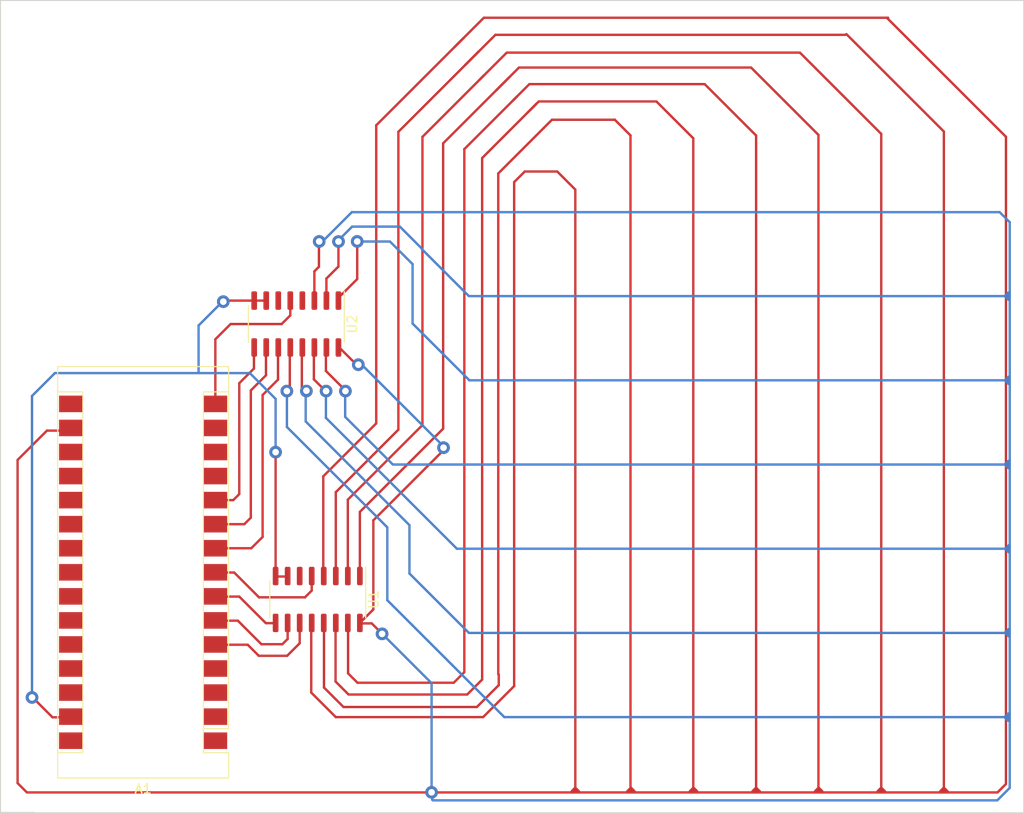
<source format=kicad_pcb>
(kicad_pcb (version 20211014) (generator pcbnew)
  (layers (0 "F.Cu" signal) (31 "B.Cu" signal) (34 "B.Paste" user) (35 "F.Paste" user) (36 "B.SilkS" user "B.Silkscreen") (37 "F.SilkS" user "F.Silkscreen") (38 "B.Mask" user) (39 "F.Mask" user) (44 "Edge.Cuts" user))
  (net 0 "")
  (net 4 "GND")
  (net 5 "Net-(A1-Pad7)")
  (net 6 "Net-(A1-Pad5)")
  (net 7 "Net-(A1-Pad6)")
  (net 8 "Net-(A1-Pad8)")
  (net 9 "Net-(A1-Pad9)")
  (net 12 "Net-(A1-Pad10)")
  (net 28 "unconnected-(U2-Pad2)")
  (net 31 "Net-(A1-Pad11)")
  (net 35 "Net-(A1-Pad17)")
  (net 47 "Net-(A1-Pad15)")
  (footprint "Package_SO:SOIC-16_3.9x9.9mm_P1.27mm" (layer "F.Cu") (at 78.5368 130.81 -90)
    (fp_text reference "U1" (at 0 -5.9 90) (layer "F.SilkS"))
    (fp_text value "SN74HCS15QDRQ1CT")
    (fp_line (start 0 -5.06) (end -3.45 -5.06) (layer "F.SilkS") (width 0.12))
    (fp_line (start 0 -5.06) (end 1.95 -5.06) (layer "F.SilkS") (width 0.12))
    (fp_line (start 0 5.06) (end -1.95 5.06) (layer "F.SilkS") (width 0.12))
    (fp_line (start 0 5.06) (end 1.95 5.06) (layer "F.SilkS") (width 0.12))
    (pad "1" smd roundrect (at -2.475 -4.445 270) (size 1.95 0.6) (layers "F.Cu" "F.Paste" "F.Mask"))
    (pad "2" smd roundrect (at -2.475 -3.175 270) (size 1.95 0.6) (layers "F.Cu" "F.Paste" "F.Mask"))
    (pad "3" smd roundrect (at -2.475 -1.905 270) (size 1.95 0.6) (layers "F.Cu" "F.Paste" "F.Mask"))
    (pad "4" smd roundrect (at -2.475 -0.635 270) (size 1.95 0.6) (layers "F.Cu" "F.Paste" "F.Mask"))
    (pad "5" smd roundrect (at -2.475 0.635 270) (size 1.95 0.6) (layers "F.Cu" "F.Paste" "F.Mask") (net 8 "Net-(A1-Pad8)"))
    (pad "6" smd roundrect (at -2.475 1.905 270) (size 1.95 0.6) (layers "F.Cu" "F.Paste" "F.Mask"))
    (pad "7" smd roundrect (at -2.475 3.175 270) (size 1.95 0.6) (layers "F.Cu" "F.Paste" "F.Mask") (net 4 "GND"))
    (pad "8" smd roundrect (at -2.475 4.445 270) (size 1.95 0.6) (layers "F.Cu" "F.Paste" "F.Mask") (net 4 "GND"))
    (pad "9" smd roundrect (at 2.475 4.445 270) (size 1.95 0.6) (layers "F.Cu" "F.Paste" "F.Mask") (net 5 "Net-(A1-Pad7)"))
    (pad "10" smd roundrect (at 2.475 3.175 270) (size 1.95 0.6) (layers "F.Cu" "F.Paste" "F.Mask") (net 7 "Net-(A1-Pad6)"))
    (pad "11" smd roundrect (at 2.475 1.905 270) (size 1.95 0.6) (layers "F.Cu" "F.Paste" "F.Mask") (net 6 "Net-(A1-Pad5)"))
    (pad "12" smd roundrect (at 2.475 0.635 270) (size 1.95 0.6) (layers "F.Cu" "F.Paste" "F.Mask"))
    (pad "13" smd roundrect (at 2.475 -0.635 270) (size 1.95 0.6) (layers "F.Cu" "F.Paste" "F.Mask"))
    (pad "14" smd roundrect (at 2.475 -1.905 270) (size 1.95 0.6) (layers "F.Cu" "F.Paste" "F.Mask"))
    (pad "15" smd roundrect (at 2.475 -3.175 270) (size 1.95 0.6) (layers "F.Cu" "F.Paste" "F.Mask"))
    (pad "16" smd roundrect (at 2.475 -4.445 270) (size 1.95 0.6) (layers "F.Cu" "F.Paste" "F.Mask") (net 35 "Net-(A1-Pad17)"))
  )
  (footprint "Package_SO:SOIC-16_3.9x9.9mm_P1.27mm" (layer "F.Cu") (at 76.2762 101.727 -90)
    (fp_text reference "U2" (at 0 -5.9 90) (layer "F.SilkS"))
    (fp_text value "SN74HCS15QDRQ1CT")
    (fp_line (start 0 -5.06) (end -3.45 -5.06) (layer "F.SilkS") (width 0.12))
    (fp_line (start 0 5.06) (end -1.95 5.06) (layer "F.SilkS") (width 0.12))
    (fp_line (start 0 -5.06) (end 1.95 -5.06) (layer "F.SilkS") (width 0.12))
    (fp_line (start 0 5.06) (end 1.95 5.06) (layer "F.SilkS") (width 0.12))
    (pad "1" smd roundrect (at -2.475 -4.445 270) (size 1.95 0.6) (layers "F.Cu" "F.Paste" "F.Mask"))
    (pad "2" smd roundrect (at -2.475 -3.175 270) (size 1.95 0.6) (layers "F.Cu" "F.Paste" "F.Mask") (net 28 "unconnected-(U2-Pad2)"))
    (pad "3" smd roundrect (at -2.475 -1.905 270) (size 1.95 0.6) (layers "F.Cu" "F.Paste" "F.Mask"))
    (pad "4" smd roundrect (at -2.475 -0.635 270) (size 1.95 0.6) (layers "F.Cu" "F.Paste" "F.Mask"))
    (pad "5" smd roundrect (at -2.475 0.635 270) (size 1.95 0.6) (layers "F.Cu" "F.Paste" "F.Mask") (net 47 "Net-(A1-Pad15)"))
    (pad "6" smd roundrect (at -2.475 1.905 270) (size 1.95 0.6) (layers "F.Cu" "F.Paste" "F.Mask"))
    (pad "7" smd roundrect (at -2.475 3.175 270) (size 1.95 0.6) (layers "F.Cu" "F.Paste" "F.Mask") (net 4 "GND"))
    (pad "8" smd roundrect (at -2.475 4.445 270) (size 1.95 0.6) (layers "F.Cu" "F.Paste" "F.Mask") (net 4 "GND"))
    (pad "9" smd roundrect (at 2.475 4.445 270) (size 1.95 0.6) (layers "F.Cu" "F.Paste" "F.Mask") (net 31 "Net-(A1-Pad11)"))
    (pad "10" smd roundrect (at 2.475 3.175 270) (size 1.95 0.6) (layers "F.Cu" "F.Paste" "F.Mask") (net 12 "Net-(A1-Pad10)"))
    (pad "11" smd roundrect (at 2.475 1.905 270) (size 1.95 0.6) (layers "F.Cu" "F.Paste" "F.Mask") (net 9 "Net-(A1-Pad9)"))
    (pad "12" smd roundrect (at 2.475 0.635 270) (size 1.95 0.6) (layers "F.Cu" "F.Paste" "F.Mask"))
    (pad "13" smd roundrect (at 2.475 -0.635 270) (size 1.95 0.6) (layers "F.Cu" "F.Paste" "F.Mask"))
    (pad "14" smd roundrect (at 2.475 -1.905 270) (size 1.95 0.6) (layers "F.Cu" "F.Paste" "F.Mask"))
    (pad "15" smd roundrect (at 2.475 -3.175 270) (size 1.95 0.6) (layers "F.Cu" "F.Paste" "F.Mask"))
    (pad "16" smd roundrect (at 2.475 -4.445 270) (size 1.95 0.6) (layers "F.Cu" "F.Paste" "F.Mask") (net 35 "Net-(A1-Pad17)"))
  )
  (footprint "Module:Arduino_Nano" (layer "F.Cu") (at 67.7318 145.7198 180)
    (fp_text reference "A1" (at 7.62 -5.08) (layer "F.SilkS"))
    (fp_text value "Arduino_Nano_v3.x")
    (fp_line (start 1.27 1.27) (end 1.27 -1.27) (layer "F.SilkS") (width 0.12))
    (fp_line (start -1.4 1.27) (end -1.4 39.5) (layer "F.SilkS") (width 0.12))
    (fp_line (start 13.97 -1.27) (end 16.64 -1.27) (layer "F.SilkS") (width 0.12))
    (fp_line (start 13.97 36.83) (end 16.64 36.83) (layer "F.SilkS") (width 0.12))
    (fp_line (start 1.27 -1.27) (end -1.4 -1.27) (layer "F.SilkS") (width 0.12))
    (fp_line (start 1.27 36.83) (end -1.4 36.83) (layer "F.SilkS") (width 0.12))
    (fp_line (start 16.64 39.5) (end 16.64 -3.94) (layer "F.SilkS") (width 0.12))
    (fp_line (start 1.27 1.27) (end 1.27 36.83) (layer "F.SilkS") (width 0.12))
    (fp_line (start 1.27 1.27) (end -1.4 1.27) (layer "F.SilkS") (width 0.12))
    (fp_line (start -1.4 39.5) (end 16.64 39.5) (layer "F.SilkS") (width 0.12))
    (fp_line (start -1.4 -3.94) (end -1.4 -1.27) (layer "F.SilkS") (width 0.12))
    (fp_line (start 13.97 -1.27) (end 13.97 36.83) (layer "F.SilkS") (width 0.12))
    (fp_line (start 16.64 -3.94) (end -1.4 -3.94) (layer "F.SilkS") (width 0.12))
    (pad "1" smd rect (at 0 0 180) (size 2.5 1.75) (layers "F.Cu" "F.Paste" "F.Mask"))
    (pad "2" smd rect (at 0 2.54 180) (size 2.5 1.75) (layers "F.Cu" "F.Paste" "F.Mask"))
    (pad "3" smd rect (at 0 5.08 180) (size 2.5 1.75) (layers "F.Cu" "F.Paste" "F.Mask"))
    (pad "4" smd rect (at 0 7.62 180) (size 2.5 1.75) (layers "F.Cu" "F.Paste" "F.Mask") (net 4 "GND"))
    (pad "5" smd rect (at 0 10.16 180) (size 2.5 1.75) (layers "F.Cu" "F.Paste" "F.Mask") (net 6 "Net-(A1-Pad5)"))
    (pad "6" smd rect (at 0 12.7 180) (size 2.5 1.75) (layers "F.Cu" "F.Paste" "F.Mask") (net 7 "Net-(A1-Pad6)"))
    (pad "7" smd rect (at 0 15.24 180) (size 2.5 1.75) (layers "F.Cu" "F.Paste" "F.Mask") (net 5 "Net-(A1-Pad7)"))
    (pad "8" smd rect (at 0 17.78 180) (size 2.5 1.75) (layers "F.Cu" "F.Paste" "F.Mask") (net 8 "Net-(A1-Pad8)"))
    (pad "9" smd rect (at 0 20.32 180) (size 2.5 1.75) (layers "F.Cu" "F.Paste" "F.Mask") (net 9 "Net-(A1-Pad9)"))
    (pad "10" smd rect (at 0 22.86 180) (size 2.5 1.75) (layers "F.Cu" "F.Paste" "F.Mask") (net 12 "Net-(A1-Pad10)"))
    (pad "11" smd rect (at 0 25.4 180) (size 2.5 1.75) (layers "F.Cu" "F.Paste" "F.Mask") (net 31 "Net-(A1-Pad11)"))
    (pad "12" smd rect (at 0 27.94 180) (size 2.5 1.75) (layers "F.Cu" "F.Paste" "F.Mask"))
    (pad "13" smd rect (at 0 30.48 180) (size 2.5 1.75) (layers "F.Cu" "F.Paste" "F.Mask"))
    (pad "14" smd rect (at 0 33.02 180) (size 2.5 1.75) (layers "F.Cu" "F.Paste" "F.Mask"))
    (pad "15" smd rect (at 0 35.56 180) (size 2.5 1.75) (layers "F.Cu" "F.Paste" "F.Mask") (net 47 "Net-(A1-Pad15)"))
    (pad "16" smd rect (at 15.24 35.56 180) (size 2.5 1.75) (layers "F.Cu" "F.Paste" "F.Mask"))
    (pad "17" smd rect (at 15.24 33.02 180) (size 2.5 1.75) (layers "F.Cu" "F.Paste" "F.Mask") (net 35 "Net-(A1-Pad17)"))
    (pad "18" smd rect (at 15.24 30.48 180) (size 2.5 1.75) (layers "F.Cu" "F.Paste" "F.Mask"))
    (pad "19" smd rect (at 15.24 27.94 180) (size 2.5 1.75) (layers "F.Cu" "F.Paste" "F.Mask"))
    (pad "20" smd rect (at 15.24 25.4 180) (size 2.5 1.75) (layers "F.Cu" "F.Paste" "F.Mask"))
    (pad "21" smd rect (at 15.24 22.86 180) (size 2.5 1.75) (layers "F.Cu" "F.Paste" "F.Mask"))
    (pad "22" smd rect (at 15.24 20.32 180) (size 2.5 1.75) (layers "F.Cu" "F.Paste" "F.Mask"))
    (pad "23" smd rect (at 15.24 17.78 180) (size 2.5 1.75) (layers "F.Cu" "F.Paste" "F.Mask"))
    (pad "24" smd rect (at 15.24 15.24 180) (size 2.5 1.75) (layers "F.Cu" "F.Paste" "F.Mask"))
    (pad "25" smd rect (at 15.24 12.7 180) (size 2.5 1.75) (layers "F.Cu" "F.Paste" "F.Mask"))
    (pad "26" smd rect (at 15.24 10.16 180) (size 2.5 1.75) (layers "F.Cu" "F.Paste" "F.Mask"))
    (pad "27" smd rect (at 15.24 7.62 180) (size 2.5 1.75) (layers "F.Cu" "F.Paste" "F.Mask"))
    (pad "28" smd rect (at 15.24 5.08 180) (size 2.5 1.75) (layers "F.Cu" "F.Paste" "F.Mask"))
    (pad "29" smd rect (at 15.24 2.54 180) (size 2.5 1.75) (layers "F.Cu" "F.Paste" "F.Mask") (net 4 "GND"))
    (pad "30" smd rect (at 15.24 0 180) (size 2.5 1.75) (layers "F.Cu" "F.Paste" "F.Mask"))
  )
  (gr_circle (center 78.6892 93.005639) (end 78.121239 93.005639) (layer "F.Cu") (width 0.2) (fill solid))
  (gr_circle (center 75.276439 108.804439) (end 74.708478 108.804439) (layer "F.Cu") (width 0.2) (fill solid))
  (gr_circle (center 81.4578 108.804439) (end 80.889839 108.804439) (layer "F.Cu") (width 0.2) (fill solid))
  (gr_circle (center 68.570839 99.3648) (end 68.002878 99.3648) (layer "F.Cu") (width 0.2) (fill solid))
  (gr_circle (center 77.343 108.804439) (end 76.775039 108.804439) (layer "F.Cu") (width 0.2) (fill solid))
  (gr_circle (center 80.728278 93.0148) (end 80.160317 93.0148) (layer "F.Cu") (width 0.2) (fill solid))
  (gr_circle (center 48.389771 141.158581) (end 48.957732 141.158581) (layer "F.Cu") (width 0.2) (fill solid))
  (gr_circle (center 82.820239 106.0196) (end 82.252278 106.0196) (layer "F.Cu") (width 0.2) (fill solid))
  (gr_circle (center 85.327761 134.4422) (end 85.895722 134.4422) (layer "F.Cu") (width 0.2) (fill solid))
  (gr_circle (center 82.7024 93.005639) (end 82.134439 93.005639) (layer "F.Cu") (width 0.2) (fill solid))
  (gr_circle (center 90.551 151.171639) (end 91.118961 151.171639) (layer "F.Cu") (width 0.2) (fill solid))
  (gr_circle (center 74.0918 115.256039) (end 74.659761 115.256039) (layer "F.Cu") (width 0.2) (fill solid))
  (gr_circle (center 91.811839 114.7826) (end 91.243878 114.7826) (layer "F.Cu") (width 0.2) (fill solid))
  (gr_circle (center 79.416639 108.804439) (end 78.848678 108.804439) (layer "F.Cu") (width 0.2) (fill solid))
  (gr_circle (center 82.820239 106.0196) (end 83.3882 106.0196) (layer "B.Cu") (width 0.2) (fill solid))
  (gr_circle (center 85.32499 134.431419) (end 85.892951 134.431419) (layer "B.Cu") (width 0.2) (fill solid))
  (gr_circle (center 77.333839 108.804439) (end 77.9018 108.804439) (layer "B.Cu") (width 0.2) (fill solid))
  (gr_circle (center 90.551 151.171639) (end 91.118961 151.171639) (layer "B.Cu") (width 0.2) (fill solid))
  (gr_circle (center 75.276439 108.804439) (end 75.8444 108.804439) (layer "B.Cu") (width 0.2) (fill solid))
  (gr_circle (center 78.698361 93.005639) (end 79.266322 93.005639) (layer "B.Cu") (width 0.2) (fill solid))
  (gr_circle (center 48.387 141.1478) (end 48.954961 141.1478) (layer "B.Cu") (width 0.2) (fill solid))
  (gr_circle (center 79.4258 108.804439) (end 79.993761 108.804439) (layer "B.Cu") (width 0.2) (fill solid))
  (gr_circle (center 80.728278 93.0148) (end 81.296239 93.0148) (layer "B.Cu") (width 0.2) (fill solid))
  (gr_circle (center 68.570839 99.3648) (end 69.1388 99.3648) (layer "B.Cu") (width 0.2) (fill solid))
  (gr_circle (center 82.7024 93.005639) (end 83.270361 93.005639) (layer "B.Cu") (width 0.2) (fill solid))
  (gr_circle (center 91.811839 114.7826) (end 92.3798 114.7826) (layer "B.Cu") (width 0.2) (fill solid))
  (gr_circle (center 74.089029 115.245258) (end 74.65699 115.245258) (layer "B.Cu") (width 0.2) (fill solid))
  (gr_circle (center 81.4578 108.804439) (end 82.025761 108.804439) (layer "B.Cu") (width 0.2) (fill solid))
  (gr_line (start 153.035 67.564) (end 45.0596 67.564) (layer "Edge.Cuts") (width 0.1))
  (gr_line (start 45.0596 153.289) (end 45.0596 67.564) (layer "Edge.Cuts") (width 0.1))
  (gr_line (start 48.641 153.3144) (end 153.035 153.3144) (layer "Edge.Cuts") (width 0.1))
  (gr_line (start 153.035 67.945) (end 153.035 67.564) (layer "Edge.Cuts") (width 0.1))
  (gr_line (start 153.035 153.289) (end 153.035 67.945) (layer "Edge.Cuts") (width 0.1))
  (gr_line (start 48.641 153.289) (end 45.0596 153.289) (layer "Edge.Cuts") (width 0.1))
  (via (at 81.4578 108.804439) (size 0.71) (drill 0.7) (layers "F.Cu" "B.Cu") (net 0))
  (via (at 91.811839 114.7826) (size 0.71) (drill 0.7) (layers "F.Cu" "B.Cu") (net 0))
  (via (at 78.6892 93.005639) (size 0.71) (drill 0.7) (layers "F.Cu" "B.Cu") (net 0))
  (via (at 77.343 108.7628) (size 0.71) (drill 0.7) (layers "F.Cu" "B.Cu") (net 0))
  (via (at 48.389771 141.158581) (size 0.71) (drill 0.7) (layers "F.Cu" "B.Cu") (net 0))
  (via (at 80.728278 93.0148) (size 0.71) (drill 0.7) (layers "F.Cu" "B.Cu") (net 0))
  (via (at 90.551 151.171639) (size 0.71) (drill 0.7) (layers "F.Cu" "B.Cu") (net 0))
  (via (at 75.276439 108.804439) (size 0.71) (drill 0.7) (layers "F.Cu" "B.Cu") (net 0))
  (via (at 74.0918 115.256039) (size 0.71) (drill 0.7) (layers "F.Cu" "B.Cu") (net 0))
  (via (at 82.820239 106.0196) (size 0.71) (drill 0.7) (layers "F.Cu" "B.Cu") (net 0))
  (via (at 82.7024 93.005639) (size 0.71) (drill 0.7) (layers "F.Cu" "B.Cu") (net 0))
  (via (at 68.570839 99.3648) (size 0.71) (drill 0.7) (layers "F.Cu" "B.Cu") (net 0))
  (via (at 79.416639 108.804439) (size 0.71) (drill 0.7) (layers "F.Cu" "B.Cu") (net 0))
  (via (at 85.327761 134.4422) (size 0.71) (drill 0.7) (layers "F.Cu" "B.Cu") (net 0))
  (segment (start 74.0918 128.3858) (end 74.0918 115.189) (width 0.25) (layer "F.Cu") (net 4))
  (segment (start 51.310771 143.250542) (end 50.548771 143.250542) (width 0.25) (layer "F.Cu") (net 4))
  (segment (start 50.548771 143.250542) (end 48.389771 141.091542) (width 0.25) (layer "F.Cu") (net 4))
  (segment (start 71.8312 99.252) (end 68.6166 99.252) (width 0.25) (layer "F.Cu") (net 4))
  (segment (start 73.0758 99.252) (end 71.8058 99.252) (width 0.25) (layer "F.Cu") (net 4))
  (segment (start 68.6166 99.252) (end 68.58 99.2886) (width 0.25) (layer "F.Cu") (net 4))
  (segment (start 74.1172 128.3858) (end 75.3872 128.3858) (width 0.25) (layer "F.Cu") (net 4))
  (segment (start 65.9638 106.9086) (end 71.374 106.9086) (width 0.25) (layer "B.Cu") (net 4))
  (segment (start 71.374 106.9086) (end 74.0918 109.6264) (width 0.25) (layer "B.Cu") (net 4))
  (segment (start 74.0918 109.6264) (end 74.0918 115.189) (width 0.25) (layer "B.Cu") (net 4))
  (segment (start 65.9638 106.9086) (end 65.9638 101.8794) (width 0.25) (layer "B.Cu") (net 4))
  (segment (start 65.9638 101.8794) (end 68.58 99.2632) (width 0.25) (layer "B.Cu") (net 4))
  (segment (start 50.8 106.9086) (end 65.9638 106.9086) (width 0.25) (layer "B.Cu") (net 4))
  (segment (start 48.387 141.0716) (end 48.387 109.3216) (width 0.25) (layer "B.Cu") (net 4))
  (segment (start 48.387 109.3216) (end 50.8 106.9086) (width 0.25) (layer "B.Cu") (net 4))
  (segment (start 73.0616 133.3104) (end 70.2564 130.5052) (width 0.25) (layer "F.Cu") (net 5))
  (segment (start 74.0918 133.3104) (end 73.0616 133.3104) (width 0.25) (layer "F.Cu") (net 5))
  (segment (start 70.2564 130.5052) (end 67.808 130.5052) (width 0.25) (layer "F.Cu") (net 5))
  (segment (start 71.1454 135.5852) (end 67.808 135.5852) (width 0.25) (layer "F.Cu") (net 6))
  (segment (start 76.6318 133.3104) (end 76.6318 135.4328) (width 0.25) (layer "F.Cu") (net 6))
  (segment (start 76.6318 135.4328) (end 75.311 136.7536) (width 0.25) (layer "F.Cu") (net 6))
  (segment (start 72.3138 136.7536) (end 71.1454 135.5852) (width 0.25) (layer "F.Cu") (net 6))
  (segment (start 75.311 136.7536) (end 72.3138 136.7536) (width 0.25) (layer "F.Cu") (net 6))
  (segment (start 72.5932 135.5344) (end 70.104 133.0452) (width 0.25) (layer "F.Cu") (net 7))
  (segment (start 70.104 133.0452) (end 67.808 133.0452) (width 0.25) (layer "F.Cu") (net 7))
  (segment (start 74.803 135.5344) (end 72.5932 135.5344) (width 0.25) (layer "F.Cu") (net 7))
  (segment (start 75.3618 133.3104) (end 75.3618 134.9756) (width 0.25) (layer "F.Cu") (net 7))
  (segment (start 75.3618 134.9756) (end 74.803 135.5344) (width 0.25) (layer "F.Cu") (net 7))
  (segment (start 72.3392 130.5814) (end 69.723 127.9652) (width 0.25) (layer "F.Cu") (net 8))
  (segment (start 77.9018 129.8702) (end 77.1906 130.5814) (width 0.25) (layer "F.Cu") (net 8))
  (segment (start 69.723 127.9652) (end 67.808 127.9652) (width 0.25) (layer "F.Cu") (net 8))
  (segment (start 77.9272 128.3858) (end 77.9272 128.762551) (width 0.25) (layer "F.Cu") (net 8))
  (segment (start 77.1906 130.5814) (end 72.3392 130.5814) (width 0.25) (layer "F.Cu") (net 8))
  (segment (start 77.9018 128.787951) (end 77.9018 129.8702) (width 0.25) (layer "F.Cu") (net 8))
  (segment (start 77.9272 128.762551) (end 77.9018 128.787951) (width 0.25) (layer "F.Cu") (net 8))
  (segment (start 74.3458 107.5944) (end 72.7202 109.22) (width 0.25) (layer "F.Cu") (net 9))
  (segment (start 74.3458 104.202) (end 74.3458 107.5944) (width 0.25) (layer "F.Cu") (net 9))
  (segment (start 71.5264 125.3998) (end 67.7318 125.3998) (width 0.25) (layer "F.Cu") (net 9))
  (segment (start 72.7202 124.206) (end 71.5264 125.3998) (width 0.25) (layer "F.Cu") (net 9))
  (segment (start 72.7202 109.22) (end 72.7202 124.206) (width 0.25) (layer "F.Cu") (net 9))
  (segment (start 73.0758 107.1372) (end 71.4756 108.7374) (width 0.25) (layer "F.Cu") (net 12))
  (segment (start 71.4756 122.174) (end 70.7898 122.8598) (width 0.25) (layer "F.Cu") (net 12))
  (segment (start 71.4756 108.7374) (end 71.4756 122.174) (width 0.25) (layer "F.Cu") (net 12))
  (segment (start 73.0758 104.202) (end 73.0758 107.1372) (width 0.25) (layer "F.Cu") (net 12))
  (segment (start 70.7898 122.8598) (end 67.7318 122.8598) (width 0.25) (layer "F.Cu") (net 12))
  (segment (start 79.4512 99.252) (end 79.4512 96.9264) (width 0.25) (layer "F.Cu") (net 28))
  (segment (start 78.1812 96.1644) (end 78.6638 95.6818) (width 0.25) (layer "F.Cu") (net 28))
  (segment (start 75.5904 104.2528) (end 75.5904 108.4072) (width 0.25) (layer "F.Cu") (net 28))
  (segment (start 78.1812 99.3394) (end 78.1812 96.1644) (width 0.25) (layer "F.Cu") (net 28))
  (segment (start 75.5904 108.4072) (end 75.2094 108.7882) (width 0.25) (layer "F.Cu") (net 28))
  (segment (start 79.4004 104.2528) (end 79.4004 106.68) (width 0.25) (layer "F.Cu") (net 28))
  (segment (start 80.737439 93.091) (end 80.712039 93.0656) (width 0.25) (layer "F.Cu") (net 28))
  (segment (start 79.4004 106.68) (end 81.4832 108.7628) (width 0.25) (layer "F.Cu") (net 28))
  (segment (start 78.756239 93.1418) (end 78.680039 93.0656) (width 0.25) (layer "F.Cu") (net 28))
  (segment (start 80.7466 98.933) (end 82.7024 96.9772) (width 0.25) (layer "F.Cu") (net 28))
  (segment (start 78.1304 104.2528) (end 78.1304 107.569) (width 0.25) (layer "F.Cu") (net 28))
  (segment (start 78.1304 107.569) (end 79.4004 108.839) (width 0.25) (layer "F.Cu") (net 28))
  (segment (start 80.7466 99.2886) (end 80.7466 98.933) (width 0.25) (layer "F.Cu") (net 28))
  (segment (start 79.4258 99.2886) (end 79.4258 98.6536) (width 0.25) (layer "F.Cu") (net 28))
  (segment (start 78.6638 95.6818) (end 78.6638 93.0656) (width 0.25) (layer "F.Cu") (net 28))
  (segment (start 76.8604 104.2528) (end 76.8604 108.4072) (width 0.25) (layer "F.Cu") (net 28))
  (segment (start 82.7024 96.9772) (end 82.7024 93.091) (width 0.25) (layer "F.Cu") (net 28))
  (segment (start 80.7212 95.6564) (end 80.7212 93.1164) (width 0.25) (layer "F.Cu") (net 28))
  (segment (start 76.8604 108.4072) (end 77.3176 108.8644) (width 0.25) (layer "F.Cu") (net 28))
  (segment (start 79.4512 96.9264) (end 80.7212 95.6564) (width 0.25) (layer "F.Cu") (net 28))
  (segment (start 151.5546 150.7054) (end 151.5546 90.9756) (width 0.25) (layer "B.Cu") (net 28))
  (segment (start 88.5444 101.6762) (end 88.5444 95.4024) (width 0.25) (layer "B.Cu") (net 28))
  (segment (start 151.4094 98.9076) (end 151.2824 98.7806) (width 0.25) (layer "B.Cu") (net 28))
  (segment (start 90.62 151.951396) (end 90.635796 151.951396) (width 0.25) (layer "B.Cu") (net 28))
  (segment (start 151.4094 116.9416) (end 151.0284 116.5606) (width 0.25) (layer "B.Cu") (net 28))
  (segment (start 82.169 91.44) (end 80.6704 92.9386) (width 0.25) (layer "B.Cu") (net 28))
  (segment (start 94.5388 107.6706) (end 88.5444 101.6762) (width 0.25) (layer "B.Cu") (net 28))
  (segment (start 77.2668 112.014) (end 77.2668 108.966) (width 0.25) (layer "B.Cu") (net 28))
  (segment (start 80.6704 92.9386) (end 80.6704 93.0148) (width 0.25) (layer "B.Cu") (net 28))
  (segment (start 94.4753 134.3279) (end 88.2142 128.0668) (width 0.25) (layer "B.Cu") (net 28))
  (segment (start 151.0284 98.7806) (end 151.4094 98.3996) (width 0.25) (layer "B.Cu") (net 28))
  (segment (start 75.2856 112.5982) (end 75.2856 108.9406) (width 0.25) (layer "B.Cu") (net 28))
  (segment (start 89.535 93.8276) (end 89.535 93.7768) (width 0.25) (layer "B.Cu") (net 28))
  (segment (start 85.8774 123.19) (end 75.2856 112.5982) (width 0.25) (layer "B.Cu") (net 28))
  (segment (start 151.4094 116.6876) (end 151.2824 116.5606) (width 0.25) (layer "B.Cu") (net 28))
  (segment (start 151.0792 125.4506) (end 151.4602 125.0696) (width 0.25) (layer "B.Cu") (net 28))
  (segment (start 93.218 125.4506) (end 79.4004 111.633) (width 0.25) (layer "B.Cu") (net 28))
  (segment (start 151.1046 98.7806) (end 94.488 98.7806) (width 0.25) (layer "B.Cu") (net 28))
  (segment (start 151.4602 125.1966) (end 151.4602 125.7046) (width 0.25) (layer "B.Cu") (net 28))
  (segment (start 150.9776 134.3406) (end 94.488 134.3406) (width 0.25) (layer "B.Cu") (net 28))
  (segment (start 151.027702 134.341298) (end 151.0792 134.2898) (width 0.25) (layer "B.Cu") (net 28))
  (segment (start 90.62 151.8412) (end 90.62 151.951396) (width 0.25) (layer "B.Cu") (net 28))
  (segment (start 98.2218 143.2306) (end 85.8774 130.8862) (width 0.25) (layer "B.Cu") (net 28))
  (segment (start 151.384 143.6116) (end 151.003 143.2306) (width 0.25) (layer "B.Cu") (net 28))
  (segment (start 88.5444 95.4024) (end 86.1568 93.0148) (width 0.25) (layer "B.Cu") (net 28))
  (segment (start 151.4602 125.5776) (end 151.3332 125.4506) (width 0.25) (layer "B.Cu") (net 28))
  (segment (start 150.241 152.019) (end 151.5546 150.7054) (width 0.25) (layer "B.Cu") (net 28))
  (segment (start 90.635796 151.951396) (end 90.7034 152.019) (width 0.25) (layer "B.Cu") (net 28))
  (segment (start 151.4348 108.0516) (end 151.0538 107.6706) (width 0.25) (layer "B.Cu") (net 28))
  (segment (start 86.1568 93.0148) (end 82.55 93.0148) (width 0.25) (layer "B.Cu") (net 28))
  (segment (start 150.9776 116.5606) (end 86.4616 116.5606) (width 0.25) (layer "B.Cu") (net 28))
  (segment (start 151.4094 98.5266) (end 151.4094 99.0346) (width 0.25) (layer "B.Cu") (net 28))
  (segment (start 82.132815 89.916) (end 78.499245 93.54957) (width 0.25) (layer "B.Cu") (net 28))
  (segment (start 87.1982 91.44) (end 82.169 91.44) (width 0.25) (layer "B.Cu") (net 28))
  (segment (start 151.4348 134.4422) (end 151.3078 134.3152) (width 0.25) (layer "B.Cu") (net 28))
  (segment (start 151.4348 107.4166) (end 151.4348 107.9246) (width 0.25) (layer "B.Cu") (net 28))
  (segment (start 88.2142 122.9614) (end 77.2668 112.014) (width 0.25) (layer "B.Cu") (net 28))
  (segment (start 82.711561 93.361239) (end 82.711561 93.056439) (width 0.25) (layer "B.Cu") (net 28))
  (segment (start 151.4602 125.8316) (end 151.0792 125.4506) (width 0.25) (layer "B.Cu") (net 28))
  (segment (start 89.535 93.7768) (end 87.1982 91.44) (width 0.25) (layer "B.Cu") (net 28))
  (segment (start 151.4348 134.6962) (end 151.0538 134.3152) (width 0.25) (layer "B.Cu") (net 28))
  (segment (start 151.0284 116.5606) (end 151.4094 116.1796) (width 0.25) (layer "B.Cu") (net 28))
  (segment (start 151.003 143.2306) (end 151.384 142.8496) (width 0.25) (layer "B.Cu") (net 28))
  (segment (start 151.0538 107.6706) (end 151.4348 107.2896) (width 0.25) (layer "B.Cu") (net 28))
  (segment (start 86.4616 116.5606) (end 81.4324 111.5314) (width 0.25) (layer "B.Cu") (net 28))
  (segment (start 151.384 142.9766) (end 151.384 143.4846) (width 0.25) (layer "B.Cu") (net 28))
  (segment (start 151.4348 134.0612) (end 151.4348 134.5692) (width 0.25) (layer "B.Cu") (net 28))
  (segment (start 150.495 89.916) (end 82.132815 89.916) (width 0.25) (layer "B.Cu") (net 28))
  (segment (start 94.488 98.7806) (end 89.535 93.8276) (width 0.25) (layer "B.Cu") (net 28))
  (segment (start 90.7034 152.019) (end 150.241 152.019) (width 0.25) (layer "B.Cu") (net 28))
  (segment (start 151.4348 107.7976) (end 151.3078 107.6706) (width 0.25) (layer "B.Cu") (net 28))
  (segment (start 151.0538 134.3152) (end 151.4348 133.9342) (width 0.25) (layer "B.Cu") (net 28))
  (segment (start 151.0538 125.4506) (end 93.218 125.4506) (width 0.25) (layer "B.Cu") (net 28))
  (segment (start 81.4324 111.5314) (end 81.4324 108.966) (width 0.25) (layer "B.Cu") (net 28))
  (segment (start 79.4004 111.633) (end 79.4004 108.9914) (width 0.25) (layer "B.Cu") (net 28))
  (segment (start 151.0284 107.6706) (end 94.5388 107.6706) (width 0.25) (layer "B.Cu") (net 28))
  (segment (start 88.2142 128.0668) (end 88.2142 122.9614) (width 0.25) (layer "B.Cu") (net 28))
  (segment (start 151.5546 90.9756) (end 150.495 89.916) (width 0.25) (layer "B.Cu") (net 28))
  (segment (start 151.4094 116.3066) (end 151.4094 116.8146) (width 0.25) (layer "B.Cu") (net 28))
  (segment (start 85.8774 130.8862) (end 85.8774 123.19) (width 0.25) (layer "B.Cu") (net 28))
  (segment (start 151.0466 143.2378) (end 151.0538 143.2306) (width 0.25) (layer "B.Cu") (net 28))
  (segment (start 150.9268 143.2306) (end 98.2218 143.2306) (width 0.25) (layer "B.Cu") (net 28))
  (segment (start 151.384 143.3576) (end 151.257 143.2306) (width 0.25) (layer "B.Cu") (net 28))
  (segment (start 151.4094 99.1616) (end 151.0284 98.7806) (width 0.25) (layer "B.Cu") (net 28))
  (segment (start 69.6214 120.3198) (end 67.7318 120.3198) (width 0.25) (layer "F.Cu") (net 31))
  (segment (start 71.8058 106.426) (end 70.2564 107.9754) (width 0.25) (layer "F.Cu") (net 31))
  (segment (start 70.2564 107.9754) (end 70.2564 119.6848) (width 0.25) (layer "F.Cu") (net 31))
  (segment (start 71.8058 104.202) (end 71.8058 106.426) (width 0.25) (layer "F.Cu") (net 31))
  (segment (start 70.2564 119.6848) (end 69.6214 120.3198) (width 0.25) (layer "F.Cu") (net 31))
  (segment (start 144.6276 150.736258) (end 144.6022 150.736258) (width 0.25) (layer "F.Cu") (net 35))
  (segment (start 77.851 140.6398) (end 77.851 133.35) (width 0.25) (layer "F.Cu") (net 35))
  (segment (start 118.0592 151.0538) (end 118.1862 150.9268) (width 0.25) (layer "F.Cu") (net 35))
  (segment (start 105.331029 151.059258) (end 105.712029 150.678258) (width 0.25) (layer "F.Cu") (net 35))
  (segment (start 49.9618 112.9792) (end 51.7672 112.9792) (width 0.25) (layer "F.Cu") (net 35))
  (segment (start 96.023357 75.525557) (end 95.608371 75.940542) (width 0.25) (layer "F.Cu") (net 35))
  (segment (start 150.2664 151.1808) (end 47.8464 151.1808) (width 0.25) (layer "F.Cu") (net 35))
  (segment (start 91.8576 114.6698) (end 91.821 114.7064) (width 0.25) (layer "F.Cu") (net 35))
  (segment (start 134.216371 71.190742) (end 97.284771 71.190742) (width 0.25) (layer "F.Cu") (net 35))
  (segment (start 82.9818 133.3358) (end 84.2376 133.3358) (width 0.25) (layer "F.Cu") (net 35))
  (segment (start 105.712029 150.678258) (end 106.093029 151.059258) (width 0.25) (layer "F.Cu") (net 35))
  (segment (start 111.5822 150.6728) (end 111.9632 151.0538) (width 0.25) (layer "F.Cu") (net 35))
  (segment (start 84.709 80.743912) (end 84.709 112.2172) (width 0.25) (layer "F.Cu") (net 35))
  (segment (start 98.715756 75.703356) (end 97.360971 77.058142) (width 0.25) (layer "F.Cu") (net 35))
  (segment (start 124.259571 74.645142) (end 99.773971 74.645142) (width 0.25) (layer "F.Cu") (net 35))
  (segment (start 105.7148 87.5284) (end 103.8098 85.6234) (width 0.25) (layer "F.Cu") (net 35))
  (segment (start 124.795658 151.186258) (end 124.8156 151.166316) (width 0.25) (layer "F.Cu") (net 35))
  (segment (start 138.627375 69.429546) (end 151.158171 81.960342) (width 0.25) (layer "F.Cu") (net 35))
  (segment (start 80.7212 104.202) (end 80.8086 104.202) (width 0.25) (layer "F.Cu") (net 35))
  (segment (start 111.538459 150.57003) (end 111.538459 81.81223) (width 0.25) (layer "F.Cu") (net 35))
  (segment (start 124.7902 150.6728) (end 125.1712 151.0538) (width 0.25) (layer "F.Cu") (net 35))
  (segment (start 96.065571 69.387342) (end 93.927856 71.525056) (width 0.25) (layer "F.Cu") (net 35))
  (segment (start 46.865771 150.200171) (end 46.865771 116.075229) (width 0.25) (layer "F.Cu") (net 35))
  (segment (start 129.415771 73.070342) (end 98.478571 73.070342) (width 0.25) (layer "F.Cu") (net 35))
  (segment (start 82.866 105.9068) (end 82.8294 105.9434) (width 0.25) (layer "F.Cu") (net 35))
  (segment (start 109.883171 80.156942) (end 103.253771 80.156942) (width 0.25) (layer "F.Cu") (net 35))
  (segment (start 80.4164 139.4714) (end 80.4164 133.35) (width 0.25) (layer "F.Cu") (net 35))
  (segment (start 138.2522 151.0538) (end 137.7442 151.0538) (width 0.25) (layer "F.Cu") (net 35))
  (segment (start 96.023357 75.525557) (end 89.5858 81.963114) (width 0.25) (layer "F.Cu") (net 35))
  (segment (start 97.5868 85.8266) (end 97.5868 138.684) (width 0.25) (layer "F.Cu") (net 35))
  (segment (start 94.0054 138.4808) (end 92.8878 139.5984) (width 0.25) (layer "F.Cu") (net 35))
  (segment (start 137.997361 81.651932) (end 129.415771 73.070342) (width 0.25) (layer "F.Cu") (net 35))
  (segment (start 105.712029 150.932258) (end 105.458029 151.186258) (width 0.25) (layer "F.Cu") (net 35))
  (segment (start 92.8878 139.5984) (end 82.7278 139.5984) (width 0.25) (layer "F.Cu") (net 35))
  (segment (start 131.3942 150.6728) (end 131.7752 151.0538) (width 0.25) (layer "F.Cu") (net 35))
  (segment (start 137.9982 150.736258) (end 138.003722 150.736258) (width 0.25) (layer "F.Cu") (net 35))
  (segment (start 89.5858 81.963114) (end 89.5858 112.395) (width 0.25) (layer "F.Cu") (net 35))
  (segment (start 87.0458 112.8776) (end 80.4418 119.4816) (width 0.25) (layer "F.Cu") (net 35))
  (segment (start 124.9172 150.9268) (end 124.6632 151.1808) (width 0.25) (layer "F.Cu") (net 35))
  (segment (start 105.966029 151.059258) (end 105.458029 151.059258) (width 0.25) (layer "F.Cu") (net 35))
  (segment (start 118.1862 150.9268) (end 117.9322 151.1808) (width 0.25) (layer "F.Cu") (net 35))
  (segment (start 82.9818 121.5644) (end 82.9818 128.2954) (width 0.25) (layer "F.Cu") (net 35))
  (segment (start 111.2012 151.0538) (end 111.5822 150.6728) (width 0.25) (layer "F.Cu") (net 35))
  (segment (start 138.1252 150.9268) (end 137.8712 151.1808) (width 0.25) (layer "F.Cu") (net 35))
  (segment (start 144.6022 150.6728) (end 144.9832 151.0538) (width 0.25) (layer "F.Cu") (net 35))
  (segment (start 89.5858 112.395) (end 81.7118 120.269) (width 0.25) (layer "F.Cu") (net 35))
  (segment (start 118.4402 151.0538) (end 117.9322 151.0538) (width 0.25) (layer "F.Cu") (net 35))
  (segment (start 81.2546 142.1638) (end 79.1972 140.1064) (width 0.25) (layer "F.Cu") (net 35))
  (segment (start 81.7118 120.269) (end 81.7118 128.2954) (width 0.25) (layer "F.Cu") (net 35))
  (segment (start 105.7148 150.6728) (end 105.7148 87.5284) (width 0.25) (layer "F.Cu") (net 35))
  (segment (start 119.368738 76.397742) (end 100.866171 76.397742) (width 0.25) (layer "F.Cu") (net 35))
  (segment (start 79.121 117.8052) (end 79.121 128.2954) (width 0.25) (layer "F.Cu") (net 35))
  (segment (start 97.5868 138.684) (end 97.6376 138.7348) (width 0.25) (layer "F.Cu") (net 35))
  (segment (start 137.6172 151.0538) (end 137.9982 150.6728) (width 0.25) (layer "F.Cu") (net 35))
  (segment (start 103.253771 80.156942) (end 102.364771 81.045942) (width 0.25) (layer "F.Cu") (net 35))
  (segment (start 151.158171 81.960342) (end 151.158171 150.235542) (width 0.25) (layer "F.Cu") (net 35))
  (segment (start 91.7702 82.648912) (end 91.7702 112.776) (width 0.25) (layer "F.Cu") (net 35))
  (segment (start 94.0054 83.258512) (end 94.0054 138.4808) (width 0.25) (layer "F.Cu") (net 35))
  (segment (start 131.371571 150.641942) (end 131.371571 81.757142) (width 0.25) (layer "F.Cu") (net 35))
  (segment (start 124.6632 151.0538) (end 124.7902 150.9268) (width 0.25) (layer "F.Cu") (net 35))
  (segment (start 117.8052 151.0538) (end 118.1862 150.6728) (width 0.25) (layer "F.Cu") (net 35))
  (segment (start 98.478571 73.070342) (end 96.023357 75.525557) (width 0.25) (layer "F.Cu") (net 35))
  (segment (start 111.4552 151.0538) (end 111.5822 150.9268) (width 0.25) (layer "F.Cu") (net 35))
  (segment (start 144.9832 151.0538) (end 144.4752 151.0538) (width 0.25) (layer "F.Cu") (net 35))
  (segment (start 131.6482 151.0538) (end 131.1402 151.0538) (width 0.25) (layer "F.Cu") (net 35))
  (segment (start 138.728975 69.387342) (end 96.065571 69.387342) (width 0.25) (layer "F.Cu") (net 35))
  (segment (start 87.0458 81.429712) (end 87.0458 112.8776) (width 0.25) (layer "F.Cu") (net 35))
  (segment (start 95.885 139.2682) (end 94.3102 140.843) (width 0.25) (layer "F.Cu") (net 35))
  (segment (start 84.709 112.2172) (end 79.121 117.8052) (width 0.25) (layer "F.Cu") (net 35))
  (segment (start 144.604971 81.401542) (end 144.604971 150.7308) (width 0.25) (layer "F.Cu") (net 35))
  (segment (start 134.313683 71.110254) (end 144.604971 81.401542) (width 0.25) (layer "F.Cu") (net 35))
  (segment (start 124.792971 81.821975) (end 119.368738 76.397742) (width 0.25) (layer "F.Cu") (net 35))
  (segment (start 82.9818 133.285) (end 84.4042 131.8626) (width 0.25) (layer "F.Cu") (net 35))
  (segment (start 93.927856 71.525056) (end 92.966771 72.486142) (width 0.25) (layer "F.Cu") (net 35))
  (segment (start 111.538459 81.81223) (end 109.883171 80.156942) (width 0.25) (layer "F.Cu") (net 35))
  (segment (start 81.7372 138.6078) (end 81.7372 133.35) (width 0.25) (layer "F.Cu") (net 35))
  (segment (start 124.792971 151.160858) (end 124.792971 81.821975) (width 0.25) (layer "F.Cu") (net 35))
  (segment (start 103.8098 85.6234) (end 100.3808 85.6234) (width 0.25) (layer "F.Cu") (net 35))
  (segment (start 131.2672 151.0538) (end 131.3942 150.9268) (width 0.25) (layer "F.Cu") (net 35))
  (segment (start 91.7702 112.776) (end 82.9818 121.5644) (width 0.25) (layer "F.Cu") (net 35))
  (segment (start 131.0132 151.0538) (end 131.3942 150.6728) (width 0.25) (layer "F.Cu") (net 35))
  (segment (start 97.6376 139.8524) (end 95.3262 142.1638) (width 0.25) (layer "F.Cu") (net 35))
  (segment (start 131.371571 81.757142) (end 124.259571 74.645142) (width 0.25) (layer "F.Cu") (net 35))
  (segment (start 114.2746 78.226542) (end 101.856771 78.226542) (width 0.25) (layer "F.Cu") (net 35))
  (segment (start 95.502656 72.972856) (end 87.0458 81.429712) (width 0.25) (layer "F.Cu") (net 35))
  (segment (start 138.003722 150.736258) (end 138.01999 150.71999) (width 0.25) (layer "F.Cu") (net 35))
  (segment (start 81.788 140.843) (end 80.4164 139.4714) (width 0.25) (layer "F.Cu") (net 35))
  (segment (start 95.502656 72.972856) (end 94.084371 74.391142) (width 0.25) (layer "F.Cu") (net 35))
  (segment (start 101.598656 78.484656) (end 95.885 84.198312) (width 0.25) (layer "F.Cu") (net 35))
  (segment (start 47.8464 151.1808) (end 46.865771 150.200171) (width 0.25) (layer "F.Cu") (net 35))
  (segment (start 118.163571 150.997542) (end 118.163571 82.115513) (width 0.25) (layer "F.Cu") (net 35))
  (segment (start 102.364771 81.045942) (end 102.364771 81.048629) (width 0.25) (layer "F.Cu") (net 35))
  (segment (start 99.2632 139.954) (end 95.9866 143.2306) (width 0.25) (layer "F.Cu") (net 35))
  (segment (start 137.997361 150.714532) (end 137.997361 81.651932) (width 0.25) (layer "F.Cu") (net 35))
  (segment (start 84.4042 122.4534) (end 91.8718 114.9858) (width 0.25) (layer "F.Cu") (net 35))
  (segment (start 80.4418 143.2306) (end 77.851 140.6398) (width 0.25) (layer "F.Cu") (net 35))
  (segment (start 82.7278 139.5984) (end 81.7372 138.6078) (width 0.25) (layer "F.Cu") (net 35))
  (segment (start 98.715756 75.703356) (end 91.7702 82.648912) (width 0.25) (layer "F.Cu") (net 35))
  (segment (start 101.856771 78.226542) (end 101.598656 78.484656) (width 0.25) (layer "F.Cu") (net 35))
  (segment (start 102.364771 81.048629) (end 97.5868 85.8266) (width 0.25) (layer "F.Cu") (net 35))
  (segment (start 131.5212 150.9268) (end 131.2672 151.1808) (width 0.25) (layer "F.Cu") (net 35))
  (segment (start 79.1972 140.1064) (end 79.1972 133.35) (width 0.25) (layer "F.Cu") (net 35))
  (segment (start 99.773971 74.645142) (end 98.715756 75.703356) (width 0.25) (layer "F.Cu") (net 35))
  (segment (start 137.9982 150.6728) (end 138.3792 151.0538) (width 0.25) (layer "F.Cu") (net 35))
  (segment (start 144.2212 151.0538) (end 144.6022 150.6728) (width 0.25) (layer "F.Cu") (net 35))
  (segment (start 84.2376 133.3358) (end 85.344 134.4422) (width 0.25) (layer "F.Cu") (net 35))
  (segment (start 46.865771 116.075229) (end 49.9618 112.9792) (width 0.25) (layer "F.Cu") (net 35))
  (segment (start 99.553956 77.709956) (end 94.0054 83.258512) (width 0.25) (layer "F.Cu") (net 35))
  (segment (start 137.8712 151.0538) (end 137.9982 150.9268) (width 0.25) (layer "F.Cu") (net 35))
  (segment (start 95.885 84.198312) (end 95.885 139.2682) (width 0.25) (layer "F.Cu") (net 35))
  (segment (start 101.598656 78.484656) (end 100.688371 79.394942) (width 0.25) (layer "F.Cu") (net 35))
  (segment (start 93.927856 71.525056) (end 84.709 80.743912) (width 0.25) (layer "F.Cu") (net 35))
  (segment (start 118.1862 150.6728) (end 118.5672 151.0538) (width 0.25) (layer "F.Cu") (net 35))
  (segment (start 99.2632 86.741) (end 99.2632 139.954) (width 0.25) (layer "F.Cu") (net 35))
  (segment (start 97.6376 138.7348) (end 97.6376 139.8524) (width 0.25) (layer "F.Cu") (net 35))
  (segment (start 111.8362 151.0538) (end 111.3282 151.0538) (width 0.25) (layer "F.Cu") (net 35))
  (segment (start 80.4418 119.4816) (end 80.4418 128.2954) (width 0.25) (layer "F.Cu") (net 35))
  (segment (start 94.3102 140.843) (end 81.788 140.843) (width 0.25) (layer "F.Cu") (net 35))
  (segment (start 125.1712 151.0538) (end 124.6632 151.0538) (width 0.25) (layer "F.Cu") (net 35))
  (segment (start 100.866171 76.397742) (end 99.553956 77.709956) (width 0.25) (layer "F.Cu") (net 35))
  (segment (start 144.4752 151.0538) (end 144.6022 150.9268) (width 0.25) (layer "F.Cu") (net 35))
  (segment (start 100.3808 85.6234) (end 99.2632 86.741) (width 0.25) (layer "F.Cu") (net 35))
  (segment (start 124.4092 151.0538) (end 124.7902 150.6728) (width 0.25) (layer "F.Cu") (net 35))
  (segment (start 105.585029 151.059258) (end 105.712029 150.932258) (width 0.25) (layer "F.Cu") (net 35))
  (segment (start 118.163571 82.115513) (end 114.2746 78.226542) (width 0.25) (layer "F.Cu") (net 35))
  (segment (start 80.8086 104.202) (end 82.7532 106.1466) (width 0.25) (layer "F.Cu") (net 35))
  (segment (start 84.4042 131.8626) (end 84.4042 122.4534) (width 0.25) (layer "F.Cu") (net 35))
  (segment (start 95.3262 142.1638) (end 81.2546 142.1638) (width 0.25) (layer "F.Cu") (net 35))
  (segment (start 111.5822 150.9268) (end 111.3282 151.1808) (width 0.25) (layer "F.Cu") (net 35))
  (segment (start 97.284771 71.190742) (end 95.502656 72.972856) (width 0.25) (layer "F.Cu") (net 35))
  (segment (start 95.9866 143.2306) (end 80.4418 143.2306) (width 0.25) (layer "F.Cu") (net 35))
  (segment (start 144.6022 150.9268) (end 144.3482 151.1808) (width 0.25) (layer "F.Cu") (net 35))
  (segment (start 105.712029 150.729058) (end 105.716317 150.72477) (width 0.25) (layer "F.Cu") (net 35))
  (segment (start 151.1554 150.2918) (end 150.2664 151.1808) (width 0.25) (layer "F.Cu") (net 35))
  (segment (start 99.553956 77.709956) (end 99.113571 78.150342) (width 0.25) (layer "F.Cu") (net 35))
  (segment (start 83.312 106.1466) (end 82.7532 106.1466) (width 0.25) (layer "B.Cu") (net 35))
  (segment (start 91.821 114.6556) (end 83.312 106.1466) (width 0.25) (layer "B.Cu") (net 35))
  (segment (start 90.551 139.6492) (end 85.344 134.4422) (width 0.25) (layer "B.Cu") (net 35))
  (segment (start 90.551 150.5712) (end 90.551 139.6492) (width 0.25) (layer "B.Cu") (net 35))
  (segment (start 75.6412 100.8126) (end 74.7268 101.727) (width 0.25) (layer "F.Cu") (net 47))
  (segment (start 74.7268 101.727) (end 69.342 101.727) (width 0.25) (layer "F.Cu") (net 47))
  (segment (start 69.342 101.727) (end 67.7318 103.3372) (width 0.25) (layer "F.Cu") (net 47))
  (segment (start 67.7318 103.3372) (end 67.7318 110.1598) (width 0.25) (layer "F.Cu") (net 47))
  (segment (start 75.6412 99.252) (end 75.6412 100.8126) (width 0.25) (layer "F.Cu") (net 47))
)
</source>
